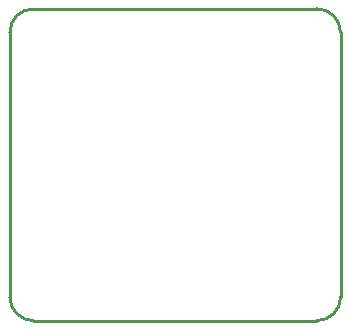
<source format=gbr>
G04 #@! TF.GenerationSoftware,KiCad,Pcbnew,5.1.0-rc2-unknown-036be7d~80~ubuntu16.04.1*
G04 #@! TF.CreationDate,2023-05-22T11:40:45+03:00*
G04 #@! TF.ProjectId,UEXT-PQ_Rev_A,55455854-2d50-4515-9f52-65765f412e6b,A*
G04 #@! TF.SameCoordinates,Original*
G04 #@! TF.FileFunction,Profile,NP*
%FSLAX46Y46*%
G04 Gerber Fmt 4.6, Leading zero omitted, Abs format (unit mm)*
G04 Created by KiCad (PCBNEW 5.1.0-rc2-unknown-036be7d~80~ubuntu16.04.1) date 2023-05-22 11:40:45*
%MOMM*%
%LPD*%
G04 APERTURE LIST*
%ADD10C,0.254000*%
G04 APERTURE END LIST*
D10*
X101000000Y-150600000D02*
G75*
G02X99000000Y-152600000I-2000000J0D01*
G01*
X75000000Y-152600000D02*
G75*
G02X73000000Y-150600000I0J2000000D01*
G01*
X99000000Y-126200000D02*
G75*
G02X101000000Y-128200000I0J-2000000D01*
G01*
X73000000Y-128200000D02*
G75*
G02X75000000Y-126200000I2000000J0D01*
G01*
X99000000Y-126200000D02*
X75000000Y-126200000D01*
X101000000Y-150600000D02*
X101000000Y-128200000D01*
X75000000Y-152600000D02*
X99000000Y-152600000D01*
X73000000Y-128200000D02*
X73000000Y-150600000D01*
M02*

</source>
